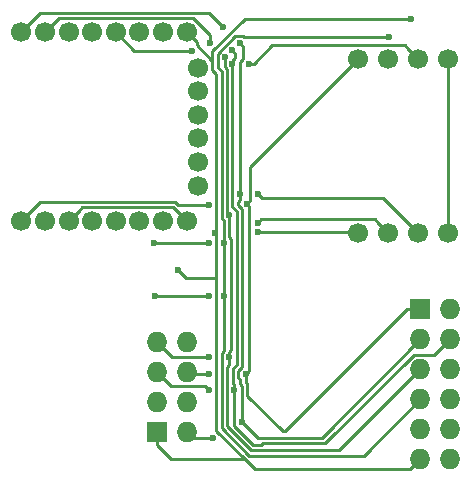
<source format=gbl>
G04 #@! TF.FileFunction,Copper,L2,Bot,Signal*
%FSLAX46Y46*%
G04 Gerber Fmt 4.6, Leading zero omitted, Abs format (unit mm)*
G04 Created by KiCad (PCBNEW (2016-06-01 BZR 6870, Git 0ccd3bb)-product) date 06/04/16 15:12:46*
%MOMM*%
%LPD*%
G01*
G04 APERTURE LIST*
%ADD10C,0.150000*%
%ADD11C,1.700000*%
%ADD12R,1.727200X1.727200*%
%ADD13O,1.727200X1.727200*%
%ADD14C,0.600000*%
%ADD15C,0.250000*%
G04 APERTURE END LIST*
D10*
D11*
X39575500Y-34147500D03*
X24575500Y-37147500D03*
X38575500Y-21147500D03*
X26575500Y-37147500D03*
X28575500Y-37147500D03*
X30575500Y-37147500D03*
X32575500Y-37147500D03*
X34575500Y-37147500D03*
X36575500Y-37147500D03*
X38575500Y-37147500D03*
X36575500Y-21147500D03*
X34575500Y-21147500D03*
X32575500Y-21147500D03*
X30575500Y-21147500D03*
X28575500Y-21147500D03*
X26575500Y-21147500D03*
X24575500Y-21147500D03*
X39575500Y-32147500D03*
X39575500Y-30147500D03*
X39575500Y-28147500D03*
X39575500Y-26147500D03*
X39575500Y-24147500D03*
X53123500Y-23447500D03*
X53123500Y-38147500D03*
X55663500Y-38147500D03*
X58203500Y-38147500D03*
X60743500Y-38147500D03*
X55663500Y-23447500D03*
X58203500Y-23447500D03*
X60743500Y-23447500D03*
D12*
X58356500Y-44577000D03*
D13*
X60896500Y-44577000D03*
X58356500Y-47117000D03*
X60896500Y-47117000D03*
X58356500Y-49657000D03*
X60896500Y-49657000D03*
X58356500Y-52197000D03*
X60896500Y-52197000D03*
X58356500Y-54737000D03*
X60896500Y-54737000D03*
X58356500Y-57277000D03*
X60896500Y-57277000D03*
D12*
X36068000Y-54991000D03*
D13*
X38608000Y-54991000D03*
X36068000Y-52451000D03*
X38608000Y-52451000D03*
X36068000Y-49911000D03*
X38608000Y-49911000D03*
X36068000Y-47371000D03*
X38608000Y-47371000D03*
D14*
X57531000Y-20002500D03*
X44577000Y-38100000D03*
X40960966Y-38128921D03*
X37846000Y-41275000D03*
X43878500Y-23812500D03*
X42427998Y-23812500D03*
X42389673Y-22696781D03*
X38989000Y-22733000D03*
X40449500Y-51435000D03*
X42625030Y-51435000D03*
X55689500Y-21526500D03*
X35814000Y-38989000D03*
X40449500Y-38989000D03*
X41725010Y-38989000D03*
X35877500Y-43497500D03*
X40449500Y-43497500D03*
X41725010Y-43497500D03*
X41825522Y-23264014D03*
X40513000Y-22034498D03*
X44577000Y-37274500D03*
X42175020Y-36625844D03*
X40449500Y-48641000D03*
X42175020Y-48641000D03*
X43250031Y-54149991D03*
X41656002Y-20701000D03*
X43053000Y-22098000D03*
X44640500Y-34861500D03*
X43075040Y-34861500D03*
X40767000Y-55499000D03*
X43681932Y-35687444D03*
X40449500Y-35814000D03*
X40449500Y-50101500D03*
X43561000Y-50101500D03*
D15*
X40750501Y-24332829D02*
X40750501Y-23583499D01*
X41077965Y-24660293D02*
X40750501Y-24332829D01*
X41077965Y-37569956D02*
X41077965Y-24660293D01*
X41100009Y-37592000D02*
X41077965Y-37569956D01*
X41100009Y-41957991D02*
X41100009Y-42148491D01*
X41100009Y-42148491D02*
X41100007Y-42148493D01*
X41100009Y-37592000D02*
X41100009Y-41957991D01*
X41100009Y-41957991D02*
X41084500Y-41973500D01*
X41084500Y-41973500D02*
X38544500Y-41973500D01*
X38544500Y-41973500D02*
X37846000Y-41275000D01*
X40750501Y-22749499D02*
X43497500Y-20002500D01*
X43497500Y-20002500D02*
X57531000Y-20002500D01*
X40750501Y-23583499D02*
X40750501Y-22749499D01*
X39425499Y-21997499D02*
X38575500Y-21147500D01*
X40750501Y-23583499D02*
X39425499Y-22258497D01*
X39425499Y-22258497D02*
X39425499Y-21997499D01*
X44577000Y-38100000D02*
X53076000Y-38100000D01*
X53076000Y-38100000D02*
X53123500Y-38147500D01*
X41100009Y-37592000D02*
X41100009Y-37989878D01*
X41100009Y-37989878D02*
X40960966Y-38128921D01*
X41100007Y-54879509D02*
X41100007Y-42148493D01*
X43497500Y-57277000D02*
X41100007Y-54879509D01*
X44361099Y-58140599D02*
X43672495Y-57451995D01*
X57492901Y-58140599D02*
X44361099Y-58140599D01*
X58356500Y-57277000D02*
X57492901Y-58140599D01*
X43672495Y-57451995D02*
X43497500Y-57277000D01*
X43497500Y-57277000D02*
X37240400Y-57277000D01*
X37240400Y-57277000D02*
X36068000Y-56104600D01*
X36068000Y-56104600D02*
X36068000Y-54991000D01*
X43878500Y-23812500D02*
X44302764Y-23812500D01*
X44302764Y-23812500D02*
X45842765Y-22272499D01*
X45842765Y-22272499D02*
X57028499Y-22272499D01*
X57353501Y-22597501D02*
X58203500Y-23447500D01*
X57028499Y-22272499D02*
X57353501Y-22597501D01*
X42427998Y-23634579D02*
X42427998Y-23812500D01*
X42427998Y-35953820D02*
X42427998Y-23812500D01*
X42689672Y-22996780D02*
X42389673Y-22696781D01*
X42689672Y-23372905D02*
X42689672Y-22996780D01*
X42427998Y-23634579D02*
X42689672Y-23372905D01*
X42800022Y-36325844D02*
X42427998Y-35953820D01*
X42800022Y-49301065D02*
X42800022Y-36325844D01*
X42485988Y-49615099D02*
X42800022Y-49301065D01*
X42485988Y-50871694D02*
X42485988Y-49615099D01*
X42625030Y-51010736D02*
X42485988Y-50871694D01*
X42625030Y-51435000D02*
X42625030Y-51010736D01*
X38989000Y-22733000D02*
X34161000Y-22733000D01*
X34161000Y-22733000D02*
X32575500Y-21147500D01*
X40449500Y-51435000D02*
X40149501Y-51135001D01*
X40149501Y-51135001D02*
X37292001Y-51135001D01*
X37292001Y-51135001D02*
X36931599Y-50774599D01*
X36931599Y-50774599D02*
X36068000Y-49911000D01*
X42625030Y-53276500D02*
X42625030Y-51435000D01*
X42625030Y-54495300D02*
X42625030Y-53276500D01*
X45051994Y-55926970D02*
X44877002Y-56101962D01*
X44231692Y-56101962D02*
X42625030Y-54495300D01*
X50327400Y-55926970D02*
X45051994Y-55926970D01*
X59545101Y-48468399D02*
X57785971Y-48468399D01*
X60896500Y-47117000D02*
X59545101Y-48468399D01*
X57785971Y-48468399D02*
X50327400Y-55926970D01*
X44877002Y-56101962D02*
X44231692Y-56101962D01*
X55265236Y-21526500D02*
X55689500Y-21526500D01*
X41527976Y-36903802D02*
X41527976Y-24473893D01*
X41725010Y-37100836D02*
X41527976Y-36903802D01*
X41725010Y-38989000D02*
X41725010Y-37100836D01*
X41527976Y-24473893D02*
X41200512Y-24146429D01*
X43406504Y-21526500D02*
X55265236Y-21526500D01*
X41200512Y-22979973D02*
X42707487Y-21472998D01*
X41200512Y-24146429D02*
X41200512Y-22979973D01*
X43353002Y-21472998D02*
X43406504Y-21526500D01*
X42707487Y-21472998D02*
X43353002Y-21472998D01*
X60743500Y-23447500D02*
X60743500Y-38147500D01*
X38575500Y-37147500D02*
X37400499Y-35972499D01*
X37400499Y-35972499D02*
X29750501Y-35972499D01*
X29750501Y-35972499D02*
X29425499Y-36297501D01*
X29425499Y-36297501D02*
X28575500Y-37147500D01*
X40449500Y-38989000D02*
X35814000Y-38989000D01*
X41725010Y-43497500D02*
X41725010Y-38989000D01*
X40449500Y-43497500D02*
X35877500Y-43497500D01*
X41725010Y-43942000D02*
X41725010Y-43497500D01*
X41725010Y-48166008D02*
X41725010Y-43942000D01*
X41550018Y-48341000D02*
X41725010Y-48166008D01*
X43858893Y-57001984D02*
X41550018Y-54693109D01*
X53551516Y-57001984D02*
X43858893Y-57001984D01*
X58356500Y-52197000D02*
X53551516Y-57001984D01*
X41550018Y-54693109D02*
X41550018Y-48341000D01*
X41802996Y-24112502D02*
X41802996Y-23286540D01*
X41802996Y-23286540D02*
X41825522Y-23264014D01*
X41977987Y-36428811D02*
X41977987Y-24287493D01*
X42175020Y-36625844D02*
X41977987Y-36428811D01*
X41977987Y-24287493D02*
X41802996Y-24112502D01*
X40513000Y-21356234D02*
X40513000Y-21610234D01*
X40513000Y-21610234D02*
X40513000Y-22034498D01*
X26575500Y-21147500D02*
X27750501Y-19972499D01*
X39129265Y-19972499D02*
X40513000Y-21356234D01*
X27750501Y-19972499D02*
X39129265Y-19972499D01*
X44577000Y-37274500D02*
X44879001Y-36972499D01*
X44879001Y-36972499D02*
X54488499Y-36972499D01*
X54488499Y-36972499D02*
X54813501Y-37297501D01*
X54813501Y-37297501D02*
X55663500Y-38147500D01*
X42350011Y-48041745D02*
X42350011Y-38688999D01*
X42175020Y-48641000D02*
X42175020Y-48216736D01*
X42175020Y-48216736D02*
X42350011Y-48041745D01*
X42350011Y-38688999D02*
X42175019Y-38514005D01*
X42175019Y-38514005D02*
X42175020Y-36625844D01*
X40449500Y-48641000D02*
X37338000Y-48641000D01*
X37338000Y-48641000D02*
X36068000Y-47371000D01*
X42175020Y-49289656D02*
X42175020Y-48641000D01*
X42000029Y-49464647D02*
X42175020Y-49289656D01*
X42000029Y-54506709D02*
X42000029Y-49464647D01*
X58356500Y-49657000D02*
X51461527Y-56551973D01*
X44045293Y-56551973D02*
X42000029Y-54506709D01*
X51461527Y-56551973D02*
X44045293Y-56551973D01*
X43352999Y-22397999D02*
X43053000Y-22098000D01*
X43352999Y-23412999D02*
X43352999Y-22397999D01*
X43075040Y-23690958D02*
X43352999Y-23412999D01*
X43075040Y-25168040D02*
X43075040Y-23690958D01*
X41356003Y-20401001D02*
X41656002Y-20701000D01*
X24575500Y-21147500D02*
X26200512Y-19522488D01*
X26200512Y-19522488D02*
X40477490Y-19522488D01*
X40477490Y-19522488D02*
X41356003Y-20401001D01*
X43075040Y-34861500D02*
X43075040Y-25168040D01*
X43075040Y-25168040D02*
X43053000Y-25146000D01*
X44640500Y-34861500D02*
X44940499Y-35161499D01*
X57353501Y-37297501D02*
X58203500Y-38147500D01*
X44940499Y-35161499D02*
X55217499Y-35161499D01*
X55217499Y-35161499D02*
X57353501Y-37297501D01*
X43075040Y-35374958D02*
X43075040Y-34861500D01*
X43250033Y-49487465D02*
X43250033Y-36139445D01*
X42935999Y-35513999D02*
X43075040Y-35374958D01*
X42935999Y-35825411D02*
X42935999Y-35513999D01*
X43250033Y-36139445D02*
X42935999Y-35825411D01*
X42935999Y-49801499D02*
X43250033Y-49487465D01*
X42935999Y-50401501D02*
X42935999Y-49801499D01*
X43075040Y-50540542D02*
X42935999Y-50401501D01*
X43075041Y-50960009D02*
X43075040Y-50540542D01*
X44577000Y-55476960D02*
X43250031Y-54149991D01*
X43250031Y-51134999D02*
X43075041Y-50960009D01*
X43250031Y-54149991D02*
X43250031Y-51134999D01*
X40767000Y-55499000D02*
X39116000Y-55499000D01*
X39116000Y-55499000D02*
X38608000Y-54991000D01*
X58356500Y-47117000D02*
X49996540Y-55476960D01*
X44767500Y-55476960D02*
X44577000Y-55476960D01*
X49996540Y-55476960D02*
X44767500Y-55476960D01*
X43981931Y-35387445D02*
X43981931Y-32589069D01*
X43981931Y-32589069D02*
X53123500Y-23447500D01*
X43981931Y-35387445D02*
X43681932Y-35687444D01*
X43860999Y-35866511D02*
X43681932Y-35687444D01*
X43561000Y-50101500D02*
X43860999Y-49801501D01*
X43860999Y-49801501D02*
X43860999Y-35866511D01*
X40449500Y-35814000D02*
X37878410Y-35814000D01*
X37878410Y-35814000D02*
X37586899Y-35522489D01*
X37586899Y-35522489D02*
X26200511Y-35522489D01*
X26200511Y-35522489D02*
X25425499Y-36297501D01*
X25425499Y-36297501D02*
X24575500Y-37147500D01*
X40449500Y-50101500D02*
X38798500Y-50101500D01*
X38798500Y-50101500D02*
X38608000Y-49911000D01*
X43561000Y-50809557D02*
X43561000Y-50101500D01*
X43700042Y-51921401D02*
X43700042Y-50948599D01*
X46706141Y-54927500D02*
X43700042Y-51921401D01*
X46892400Y-54927500D02*
X46706141Y-54927500D01*
X58356500Y-44577000D02*
X57242900Y-44577000D01*
X43700042Y-50948599D02*
X43561000Y-50809557D01*
X57242900Y-44577000D02*
X46892400Y-54927500D01*
M02*

</source>
